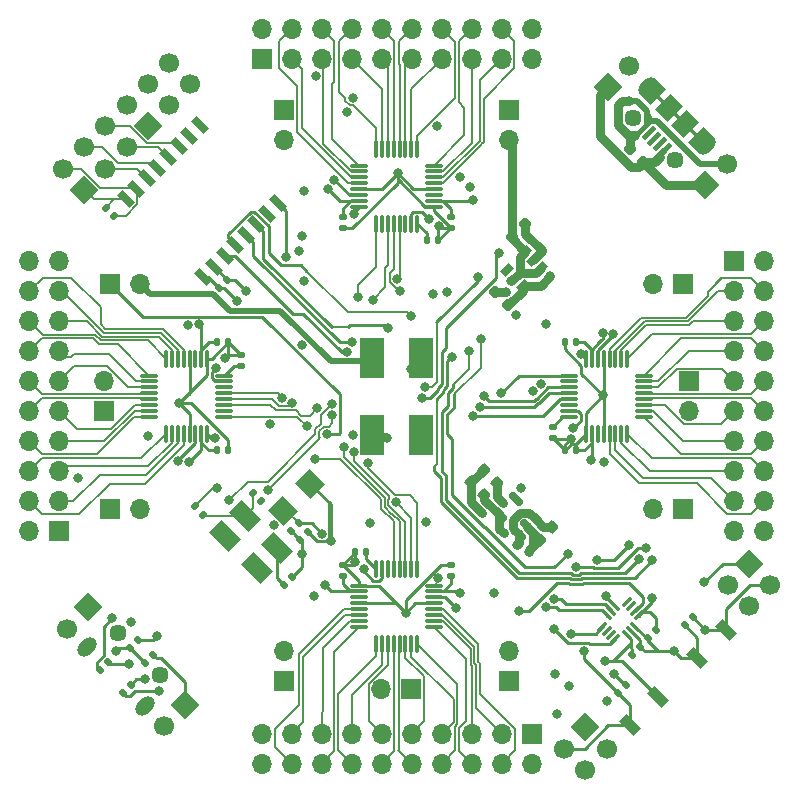
<source format=gbr>
G04 #@! TF.GenerationSoftware,KiCad,Pcbnew,5.99.0-unknown-29c2f3b7d4~131~ubuntu20.04.1*
G04 #@! TF.CreationDate,2021-09-13T23:50:59+03:00*
G04 #@! TF.ProjectId,FreeEEG32-alpha131,46726565-4545-4473-9332-2d616c706861,rev?*
G04 #@! TF.SameCoordinates,Original*
G04 #@! TF.FileFunction,Copper,L1,Top*
G04 #@! TF.FilePolarity,Positive*
%FSLAX46Y46*%
G04 Gerber Fmt 4.6, Leading zero omitted, Abs format (unit mm)*
G04 Created by KiCad (PCBNEW 5.99.0-unknown-29c2f3b7d4~131~ubuntu20.04.1) date 2021-09-13 23:50:59*
%MOMM*%
%LPD*%
G01*
G04 APERTURE LIST*
G04 Aperture macros list*
%AMRoundRect*
0 Rectangle with rounded corners*
0 $1 Rounding radius*
0 $2 $3 $4 $5 $6 $7 $8 $9 X,Y pos of 4 corners*
0 Add a 4 corners polygon primitive as box body*
4,1,4,$2,$3,$4,$5,$6,$7,$8,$9,$2,$3,0*
0 Add four circle primitives for the rounded corners*
1,1,$1+$1,$2,$3*
1,1,$1+$1,$4,$5*
1,1,$1+$1,$6,$7*
1,1,$1+$1,$8,$9*
0 Add four rect primitives between the rounded corners*
20,1,$1+$1,$2,$3,$4,$5,0*
20,1,$1+$1,$4,$5,$6,$7,0*
20,1,$1+$1,$6,$7,$8,$9,0*
20,1,$1+$1,$8,$9,$2,$3,0*%
%AMHorizOval*
0 Thick line with rounded ends*
0 $1 width*
0 $2 $3 position (X,Y) of the first rounded end (center of the circle)*
0 $4 $5 position (X,Y) of the second rounded end (center of the circle)*
0 Add line between two ends*
20,1,$1,$2,$3,$4,$5,0*
0 Add two circle primitives to create the rounded ends*
1,1,$1,$2,$3*
1,1,$1,$4,$5*%
%AMRotRect*
0 Rectangle, with rotation*
0 The origin of the aperture is its center*
0 $1 length*
0 $2 width*
0 $3 Rotation angle, in degrees counterclockwise*
0 Add horizontal line*
21,1,$1,$2,0,0,$3*%
G04 Aperture macros list end*
G04 #@! TA.AperFunction,SMDPad,CuDef*
%ADD10RoundRect,0.075000X0.675000X0.075000X-0.675000X0.075000X-0.675000X-0.075000X0.675000X-0.075000X0*%
G04 #@! TD*
G04 #@! TA.AperFunction,SMDPad,CuDef*
%ADD11RoundRect,0.075000X0.075000X0.675000X-0.075000X0.675000X-0.075000X-0.675000X0.075000X-0.675000X0*%
G04 #@! TD*
G04 #@! TA.AperFunction,SMDPad,CuDef*
%ADD12RotRect,1.075000X0.250000X45.000000*%
G04 #@! TD*
G04 #@! TA.AperFunction,SMDPad,CuDef*
%ADD13RotRect,0.250000X1.075000X45.000000*%
G04 #@! TD*
G04 #@! TA.AperFunction,SMDPad,CuDef*
%ADD14RoundRect,0.147500X-0.226274X-0.017678X-0.017678X-0.226274X0.226274X0.017678X0.017678X0.226274X0*%
G04 #@! TD*
G04 #@! TA.AperFunction,SMDPad,CuDef*
%ADD15RoundRect,0.147500X0.017678X-0.226274X0.226274X-0.017678X-0.017678X0.226274X-0.226274X0.017678X0*%
G04 #@! TD*
G04 #@! TA.AperFunction,SMDPad,CuDef*
%ADD16RoundRect,0.218750X0.026517X-0.335876X0.335876X-0.026517X-0.026517X0.335876X-0.335876X0.026517X0*%
G04 #@! TD*
G04 #@! TA.AperFunction,ComponentPad*
%ADD17RotRect,1.700000X1.700000X45.000000*%
G04 #@! TD*
G04 #@! TA.AperFunction,ComponentPad*
%ADD18HorizOval,1.700000X0.000000X0.000000X0.000000X0.000000X0*%
G04 #@! TD*
G04 #@! TA.AperFunction,SMDPad,CuDef*
%ADD19RoundRect,0.147500X-0.017678X0.226274X-0.226274X0.017678X0.017678X-0.226274X0.226274X-0.017678X0*%
G04 #@! TD*
G04 #@! TA.AperFunction,SMDPad,CuDef*
%ADD20RotRect,1.060000X0.650000X225.000000*%
G04 #@! TD*
G04 #@! TA.AperFunction,SMDPad,CuDef*
%ADD21RotRect,2.280000X1.500000X135.000000*%
G04 #@! TD*
G04 #@! TA.AperFunction,SMDPad,CuDef*
%ADD22RoundRect,0.147500X0.226274X0.017678X0.017678X0.226274X-0.226274X-0.017678X-0.017678X-0.226274X0*%
G04 #@! TD*
G04 #@! TA.AperFunction,SMDPad,CuDef*
%ADD23RoundRect,0.218750X-0.335876X-0.026517X-0.026517X-0.335876X0.335876X0.026517X0.026517X0.335876X0*%
G04 #@! TD*
G04 #@! TA.AperFunction,SMDPad,CuDef*
%ADD24RotRect,0.400000X1.350000X135.000000*%
G04 #@! TD*
G04 #@! TA.AperFunction,SMDPad,CuDef*
%ADD25RotRect,1.200000X1.900000X135.000000*%
G04 #@! TD*
G04 #@! TA.AperFunction,ComponentPad*
%ADD26C,1.450000*%
G04 #@! TD*
G04 #@! TA.AperFunction,ComponentPad*
%ADD27HorizOval,1.200000X-0.247487X-0.247487X0.247487X0.247487X0*%
G04 #@! TD*
G04 #@! TA.AperFunction,SMDPad,CuDef*
%ADD28RotRect,1.500000X1.900000X135.000000*%
G04 #@! TD*
G04 #@! TA.AperFunction,ComponentPad*
%ADD29HorizOval,1.200000X0.247487X0.247487X-0.247487X-0.247487X0*%
G04 #@! TD*
G04 #@! TA.AperFunction,SMDPad,CuDef*
%ADD30RotRect,0.900000X1.700000X225.000000*%
G04 #@! TD*
G04 #@! TA.AperFunction,SMDPad,CuDef*
%ADD31RotRect,1.750000X1.800000X225.000000*%
G04 #@! TD*
G04 #@! TA.AperFunction,ComponentPad*
%ADD32RotRect,1.700000X1.700000X225.000000*%
G04 #@! TD*
G04 #@! TA.AperFunction,ComponentPad*
%ADD33HorizOval,1.700000X0.000000X0.000000X0.000000X0.000000X0*%
G04 #@! TD*
G04 #@! TA.AperFunction,SMDPad,CuDef*
%ADD34R,2.000000X3.500000*%
G04 #@! TD*
G04 #@! TA.AperFunction,SMDPad,CuDef*
%ADD35RotRect,0.900000X1.700000X45.000000*%
G04 #@! TD*
G04 #@! TA.AperFunction,SMDPad,CuDef*
%ADD36RoundRect,0.218750X0.335876X0.026517X0.026517X0.335876X-0.335876X-0.026517X-0.026517X-0.335876X0*%
G04 #@! TD*
G04 #@! TA.AperFunction,ComponentPad*
%ADD37RotRect,1.700000X1.700000X315.000000*%
G04 #@! TD*
G04 #@! TA.AperFunction,ComponentPad*
%ADD38HorizOval,1.700000X0.000000X0.000000X0.000000X0.000000X0*%
G04 #@! TD*
G04 #@! TA.AperFunction,SMDPad,CuDef*
%ADD39RotRect,1.500000X0.600000X135.000000*%
G04 #@! TD*
G04 #@! TA.AperFunction,ComponentPad*
%ADD40RotRect,1.700000X1.700000X135.000000*%
G04 #@! TD*
G04 #@! TA.AperFunction,ComponentPad*
%ADD41HorizOval,1.700000X0.000000X0.000000X0.000000X0.000000X0*%
G04 #@! TD*
G04 #@! TA.AperFunction,ComponentPad*
%ADD42R,1.700000X1.700000*%
G04 #@! TD*
G04 #@! TA.AperFunction,ComponentPad*
%ADD43O,1.700000X1.700000*%
G04 #@! TD*
G04 #@! TA.AperFunction,SMDPad,CuDef*
%ADD44RoundRect,0.140000X0.140000X0.170000X-0.140000X0.170000X-0.140000X-0.170000X0.140000X-0.170000X0*%
G04 #@! TD*
G04 #@! TA.AperFunction,SMDPad,CuDef*
%ADD45RoundRect,0.140000X-0.140000X-0.170000X0.140000X-0.170000X0.140000X0.170000X-0.140000X0.170000X0*%
G04 #@! TD*
G04 #@! TA.AperFunction,SMDPad,CuDef*
%ADD46RoundRect,0.140000X0.170000X-0.140000X0.170000X0.140000X-0.170000X0.140000X-0.170000X-0.140000X0*%
G04 #@! TD*
G04 #@! TA.AperFunction,SMDPad,CuDef*
%ADD47RoundRect,0.075000X-0.075000X0.675000X-0.075000X-0.675000X0.075000X-0.675000X0.075000X0.675000X0*%
G04 #@! TD*
G04 #@! TA.AperFunction,SMDPad,CuDef*
%ADD48RoundRect,0.075000X-0.675000X0.075000X-0.675000X-0.075000X0.675000X-0.075000X0.675000X0.075000X0*%
G04 #@! TD*
G04 #@! TA.AperFunction,SMDPad,CuDef*
%ADD49RoundRect,0.140000X-0.170000X0.140000X-0.170000X-0.140000X0.170000X-0.140000X0.170000X0.140000X0*%
G04 #@! TD*
G04 #@! TA.AperFunction,SMDPad,CuDef*
%ADD50RoundRect,0.225000X0.335876X0.017678X0.017678X0.335876X-0.335876X-0.017678X-0.017678X-0.335876X0*%
G04 #@! TD*
G04 #@! TA.AperFunction,SMDPad,CuDef*
%ADD51RoundRect,0.075000X-0.675000X-0.075000X0.675000X-0.075000X0.675000X0.075000X-0.675000X0.075000X0*%
G04 #@! TD*
G04 #@! TA.AperFunction,SMDPad,CuDef*
%ADD52RoundRect,0.075000X-0.075000X-0.675000X0.075000X-0.675000X0.075000X0.675000X-0.075000X0.675000X0*%
G04 #@! TD*
G04 #@! TA.AperFunction,SMDPad,CuDef*
%ADD53RoundRect,0.225000X-0.017678X0.335876X-0.335876X0.017678X0.017678X-0.335876X0.335876X-0.017678X0*%
G04 #@! TD*
G04 #@! TA.AperFunction,SMDPad,CuDef*
%ADD54RoundRect,0.150000X0.468458X-0.256326X-0.256326X0.468458X-0.468458X0.256326X0.256326X-0.468458X0*%
G04 #@! TD*
G04 #@! TA.AperFunction,SMDPad,CuDef*
%ADD55RoundRect,0.075000X0.675000X-0.075000X0.675000X0.075000X-0.675000X0.075000X-0.675000X-0.075000X0*%
G04 #@! TD*
G04 #@! TA.AperFunction,SMDPad,CuDef*
%ADD56RoundRect,0.075000X0.075000X-0.675000X0.075000X0.675000X-0.075000X0.675000X-0.075000X-0.675000X0*%
G04 #@! TD*
G04 #@! TA.AperFunction,ViaPad*
%ADD57C,0.800000*%
G04 #@! TD*
G04 #@! TA.AperFunction,Conductor*
%ADD58C,0.250000*%
G04 #@! TD*
G04 #@! TA.AperFunction,Conductor*
%ADD59C,0.750000*%
G04 #@! TD*
G04 #@! TA.AperFunction,Conductor*
%ADD60C,0.200000*%
G04 #@! TD*
G04 #@! TA.AperFunction,Conductor*
%ADD61C,0.500000*%
G04 #@! TD*
G04 APERTURE END LIST*
D10*
X20955000Y-1750000D03*
X20955000Y-1250000D03*
X20955000Y-750000D03*
X20955000Y-250000D03*
X20955000Y250000D03*
X20955000Y750000D03*
X20955000Y1250000D03*
X20955000Y1750000D03*
D11*
X19530000Y3175000D03*
X19030000Y3175000D03*
X18530000Y3175000D03*
X18030000Y3175000D03*
X17530000Y3175000D03*
X17030000Y3175000D03*
X16530000Y3175000D03*
X16030000Y3175000D03*
D10*
X14605000Y1750000D03*
X14605000Y1250000D03*
X14605000Y750000D03*
X14605000Y250000D03*
X14605000Y-250000D03*
X14605000Y-750000D03*
X14605000Y-1250000D03*
X14605000Y-1750000D03*
D11*
X16030000Y-3175000D03*
X16530000Y-3175000D03*
X17030000Y-3175000D03*
X17530000Y-3175000D03*
X18030000Y-3175000D03*
X18530000Y-3175000D03*
X19030000Y-3175000D03*
X19530000Y-3175000D03*
D12*
X17431002Y-19506752D03*
X17784556Y-19860305D03*
X18138109Y-20213858D03*
X18491662Y-20567412D03*
D13*
X19499290Y-20213858D03*
X19852843Y-19860305D03*
X20206396Y-19506752D03*
D12*
X20559950Y-18499124D03*
X20206396Y-18145571D03*
X19852843Y-17792018D03*
X19499290Y-17438464D03*
D13*
X18491662Y-17792018D03*
X18138109Y-18145571D03*
X17784556Y-18499124D03*
D14*
X-24599947Y15963947D03*
X-23914053Y15278053D03*
D15*
X-9512347Y-16014747D03*
X-8826453Y-15328853D03*
D16*
X9730153Y13463953D03*
X10843847Y14577647D03*
D15*
X18707053Y-25107947D03*
X19392947Y-24422053D03*
X-23202947Y-25107947D03*
X-22517053Y-24422053D03*
D17*
X17888949Y26143949D03*
D18*
X19685000Y27940000D03*
D19*
X-21882053Y-20612053D03*
X-22567947Y-21297947D03*
X-7505653Y-11493453D03*
X-8191547Y-12179347D03*
D20*
X12244569Y10887094D03*
X11572817Y11558845D03*
X10901066Y12230597D03*
X9345431Y10674962D03*
X10688934Y9331459D03*
D15*
X24422053Y-19392947D03*
X25107947Y-18707053D03*
D21*
X-10126969Y-12813975D03*
X-12813975Y-10126969D03*
X-14511031Y-11824025D03*
X-11824025Y-14511031D03*
D22*
X-16421053Y-10020347D03*
X-17106947Y-9334453D03*
D23*
X19788553Y20953047D03*
X20902247Y19839353D03*
D24*
X22745095Y20887874D03*
X22285476Y21347493D03*
X21825856Y21807112D03*
X21366237Y22266732D03*
X20906618Y22726351D03*
D25*
X21684435Y25766910D03*
D26*
X23593623Y20039345D03*
D27*
X26209918Y21241427D03*
D28*
X23027938Y24423407D03*
D26*
X20058089Y23574879D03*
D28*
X24442151Y23009194D03*
D25*
X25785654Y21665691D03*
D29*
X21260171Y26191174D03*
D17*
X26143949Y17888949D03*
D18*
X27940000Y19685000D03*
D30*
X22157082Y-25467918D03*
X19752918Y-27872082D03*
D31*
X-7340600Y-7391400D03*
X-9638698Y-9689498D03*
D32*
X-17888949Y-26143949D03*
D33*
X-19685000Y-27940000D03*
D34*
X2100000Y-3250000D03*
X2100000Y3250000D03*
X-2100000Y3250000D03*
X-2100000Y-3250000D03*
D19*
X-20612053Y-21882053D03*
X-21297947Y-22567947D03*
D15*
X19922529Y-21885885D03*
X20608423Y-21199991D03*
D19*
X-8267653Y-10756853D03*
X-8953547Y-11442747D03*
D32*
X-26143949Y-17888949D03*
D33*
X-27940000Y-19685000D03*
D35*
X25467918Y-22157082D03*
X27872082Y-19752918D03*
D19*
X21983747Y-19824653D03*
X21297853Y-20510547D03*
D22*
X-11468053Y-8851947D03*
X-12153947Y-8166053D03*
D36*
X9446847Y7684181D03*
X8333153Y8797875D03*
D37*
X15983949Y-28048949D03*
D38*
X17780000Y-29845000D03*
X14187898Y-29845000D03*
X15983949Y-31641051D03*
D15*
X-25107947Y-23202947D03*
X-24422053Y-22517053D03*
D39*
X-16365043Y10078864D03*
X-15467017Y10976889D03*
X-14568992Y11874915D03*
X-13670966Y12772941D03*
X-12772941Y13670966D03*
X-11874915Y14568992D03*
X-10976889Y15467017D03*
X-10078864Y16365043D03*
X-16654957Y22941136D03*
X-17552983Y22043111D03*
X-18451008Y21145085D03*
X-19349034Y20247059D03*
X-20247059Y19349034D03*
X-21145085Y18451008D03*
X-22043111Y17552983D03*
X-22941136Y16654957D03*
D15*
X-15074947Y9182053D03*
X-14389053Y9867947D03*
D40*
X-21063949Y22860000D03*
D41*
X-22860000Y24656051D03*
X-19267898Y24656051D03*
X-21063949Y26452102D03*
X-17471847Y26452102D03*
X-19267898Y28248154D03*
D37*
X29845000Y-14187898D03*
D38*
X31641051Y-15983949D03*
X28048949Y-15983949D03*
X29845000Y-17780000D03*
D40*
X-26452102Y17471846D03*
D41*
X-28248153Y19267897D03*
X-24656051Y19267897D03*
X-26452102Y21063948D03*
X-22860000Y21063948D03*
X-24656051Y22860000D03*
D42*
X24257000Y-9525000D03*
D43*
X21717000Y-9525000D03*
D44*
X-3528000Y-13208000D03*
X-2568000Y-13208000D03*
X15212000Y-4572000D03*
X14252000Y-4572000D03*
D42*
X-24257000Y9525000D03*
D43*
X-21717000Y9525000D03*
D42*
X11430000Y-28575000D03*
D43*
X11430000Y-31115000D03*
X8890000Y-28575000D03*
X8890000Y-31115000D03*
X6350000Y-28575000D03*
X6350000Y-31115000D03*
X3810000Y-28575000D03*
X3810000Y-31115000D03*
X1270000Y-28575000D03*
X1270000Y-31115000D03*
X-1270000Y-28575000D03*
X-1270000Y-31115000D03*
X-3810000Y-28575000D03*
X-3810000Y-31115000D03*
X-6350000Y-28575000D03*
X-6350000Y-31115000D03*
X-8890000Y-28575000D03*
X-8890000Y-31115000D03*
X-11430000Y-28575000D03*
X-11430000Y-31115000D03*
D45*
X-15212000Y4572000D03*
X-14252000Y4572000D03*
D46*
X-13208000Y2568000D03*
X-13208000Y3528000D03*
D47*
X1750000Y20955000D03*
X1250000Y20955000D03*
X750000Y20955000D03*
X250000Y20955000D03*
X-250000Y20955000D03*
X-750000Y20955000D03*
X-1250000Y20955000D03*
X-1750000Y20955000D03*
D48*
X-3175000Y19530000D03*
X-3175000Y19030000D03*
X-3175000Y18530000D03*
X-3175000Y18030000D03*
X-3175000Y17530000D03*
X-3175000Y17030000D03*
X-3175000Y16530000D03*
X-3175000Y16030000D03*
D47*
X-1750000Y14605000D03*
X-1250000Y14605000D03*
X-750000Y14605000D03*
X-250000Y14605000D03*
X250000Y14605000D03*
X750000Y14605000D03*
X1250000Y14605000D03*
X1750000Y14605000D03*
D48*
X3175000Y16030000D03*
X3175000Y16530000D03*
X3175000Y17030000D03*
X3175000Y17530000D03*
X3175000Y18030000D03*
X3175000Y18530000D03*
X3175000Y19030000D03*
X3175000Y19530000D03*
D42*
X-24257000Y-9525000D03*
D43*
X-21717000Y-9525000D03*
D45*
X2568000Y13208000D03*
X3528000Y13208000D03*
D49*
X-4572000Y15212000D03*
X-4572000Y14252000D03*
D46*
X-4572000Y-14252000D03*
X-4572000Y-15212000D03*
D42*
X28575000Y11430000D03*
D43*
X31115000Y11430000D03*
X28575000Y8890000D03*
X31115000Y8890000D03*
X28575000Y6350000D03*
X31115000Y6350000D03*
X28575000Y3810000D03*
X31115000Y3810000D03*
X28575000Y1270000D03*
X31115000Y1270000D03*
X28575000Y-1270000D03*
X31115000Y-1270000D03*
X28575000Y-3810000D03*
X31115000Y-3810000D03*
X28575000Y-6350000D03*
X31115000Y-6350000D03*
X28575000Y-8890000D03*
X31115000Y-8890000D03*
X28575000Y-11430000D03*
X31115000Y-11430000D03*
D49*
X13208000Y-2568000D03*
X13208000Y-3528000D03*
D42*
X1250000Y-24790000D03*
D43*
X-1290000Y-24790000D03*
D49*
X4572000Y15212000D03*
X4572000Y14252000D03*
D50*
X7406008Y-8396608D03*
X6309992Y-7300592D03*
D51*
X-20955000Y1750000D03*
X-20955000Y1250000D03*
X-20955000Y750000D03*
X-20955000Y250000D03*
X-20955000Y-250000D03*
X-20955000Y-750000D03*
X-20955000Y-1250000D03*
X-20955000Y-1750000D03*
D52*
X-19530000Y-3175000D03*
X-19030000Y-3175000D03*
X-18530000Y-3175000D03*
X-18030000Y-3175000D03*
X-17530000Y-3175000D03*
X-17030000Y-3175000D03*
X-16530000Y-3175000D03*
X-16030000Y-3175000D03*
D51*
X-14605000Y-1750000D03*
X-14605000Y-1250000D03*
X-14605000Y-750000D03*
X-14605000Y-250000D03*
X-14605000Y250000D03*
X-14605000Y750000D03*
X-14605000Y1250000D03*
X-14605000Y1750000D03*
D52*
X-16030000Y3175000D03*
X-16530000Y3175000D03*
X-17030000Y3175000D03*
X-17530000Y3175000D03*
X-18030000Y3175000D03*
X-18530000Y3175000D03*
X-19030000Y3175000D03*
X-19530000Y3175000D03*
D42*
X-28575000Y-11430000D03*
D43*
X-31115000Y-11430000D03*
X-28575000Y-8890000D03*
X-31115000Y-8890000D03*
X-28575000Y-6350000D03*
X-31115000Y-6350000D03*
X-28575000Y-3810000D03*
X-31115000Y-3810000D03*
X-28575000Y-1270000D03*
X-31115000Y-1270000D03*
X-28575000Y1270000D03*
X-31115000Y1270000D03*
X-28575000Y3810000D03*
X-31115000Y3810000D03*
X-28575000Y6350000D03*
X-31115000Y6350000D03*
X-28575000Y8890000D03*
X-31115000Y8890000D03*
X-28575000Y11430000D03*
X-31115000Y11430000D03*
D45*
X-15212000Y-4572000D03*
X-14252000Y-4572000D03*
D42*
X9525000Y-24130000D03*
D43*
X9525000Y-21590000D03*
D42*
X-11430000Y28575000D03*
D43*
X-11430000Y31115000D03*
X-8890000Y28575000D03*
X-8890000Y31115000D03*
X-6350000Y28575000D03*
X-6350000Y31115000D03*
X-3810000Y28575000D03*
X-3810000Y31115000D03*
X-1270000Y28575000D03*
X-1270000Y31115000D03*
X1270000Y28575000D03*
X1270000Y31115000D03*
X3810000Y28575000D03*
X3810000Y31115000D03*
X6350000Y28575000D03*
X6350000Y31115000D03*
X8890000Y28575000D03*
X8890000Y31115000D03*
X11430000Y28575000D03*
X11430000Y31115000D03*
D53*
X13197208Y-11059792D03*
X12101192Y-12155808D03*
D42*
X-9525000Y24257000D03*
D43*
X-9525000Y21717000D03*
D54*
X10343383Y-11686885D03*
X11015134Y-11015134D03*
X11686885Y-10343383D03*
X10078217Y-8734715D03*
X8734715Y-10078217D03*
D42*
X24257000Y9525000D03*
D43*
X21717000Y9525000D03*
D46*
X4572000Y-14252000D03*
X4572000Y-15212000D03*
D44*
X15212000Y4572000D03*
X14252000Y4572000D03*
D42*
X-24790000Y-1250000D03*
D43*
X-24790000Y1290000D03*
D42*
X-9525000Y-24130000D03*
D43*
X-9525000Y-21590000D03*
D50*
X8472808Y-7329808D03*
X7376792Y-6233792D03*
D55*
X-3175000Y-19530000D03*
X-3175000Y-19030000D03*
X-3175000Y-18530000D03*
X-3175000Y-18030000D03*
X-3175000Y-17530000D03*
X-3175000Y-17030000D03*
X-3175000Y-16530000D03*
X-3175000Y-16030000D03*
D56*
X-1750000Y-14605000D03*
X-1250000Y-14605000D03*
X-750000Y-14605000D03*
X-250000Y-14605000D03*
X250000Y-14605000D03*
X750000Y-14605000D03*
X1250000Y-14605000D03*
X1750000Y-14605000D03*
D55*
X3175000Y-16030000D03*
X3175000Y-16530000D03*
X3175000Y-17030000D03*
X3175000Y-17530000D03*
X3175000Y-18030000D03*
X3175000Y-18530000D03*
X3175000Y-19030000D03*
X3175000Y-19530000D03*
D56*
X1750000Y-20955000D03*
X1250000Y-20955000D03*
X750000Y-20955000D03*
X250000Y-20955000D03*
X-250000Y-20955000D03*
X-750000Y-20955000D03*
X-1250000Y-20955000D03*
X-1750000Y-20955000D03*
D42*
X24790000Y1250000D03*
D43*
X24790000Y-1290000D03*
D42*
X9525000Y24257000D03*
D43*
X9525000Y21717000D03*
D26*
X-23593623Y-20058089D03*
D27*
X-21260171Y-26209918D03*
D26*
X-20058089Y-23593623D03*
D29*
X-26209918Y-21260171D03*
D57*
X14740000Y-3600000D03*
X-3480000Y-14050000D03*
X-14500000Y3210000D03*
X3550000Y14390000D03*
X12236734Y1054813D03*
X-27000000Y-6920000D03*
X-6836147Y27139401D03*
X2490000Y-10680000D03*
X-2260000Y-10700000D03*
X-7810514Y17356625D03*
X11543040Y438173D03*
X-21033500Y-3327000D03*
X5374990Y18584990D03*
X-6962533Y-16927467D03*
X-17644043Y6046339D03*
X6243489Y17683489D03*
X17550000Y-5560000D03*
X3426187Y22842413D03*
X14974471Y-2703657D03*
X15578931Y3552431D03*
X2770000Y15000000D03*
X-3646956Y15417644D03*
X-15249890Y2428103D03*
X-15411258Y-3501258D03*
X-2749587Y-14620004D03*
X3540000Y-15390000D03*
X-3723185Y25276989D03*
X-4160134Y24049641D03*
X-800000Y-3570000D03*
X80000Y18870000D03*
X-18410000Y-610000D03*
X771234Y-18319796D03*
X17490000Y60000D03*
X5010000Y-17930000D03*
X-18492176Y-5518182D03*
X-5258432Y18302427D03*
X18353550Y5229555D03*
X5380000Y-16640000D03*
X-6044676Y-16025967D03*
X-17568045Y-5584443D03*
X-5827091Y17570967D03*
X17439412Y5380417D03*
X16449505Y-5423500D03*
X-16718500Y6088500D03*
X6439795Y16631254D03*
X13028525Y10135511D03*
X9025500Y-9078127D03*
X-6317712Y-11624138D03*
X-5569306Y-12275638D03*
X9708626Y9725368D03*
X10160000Y-12573000D03*
X17831900Y-25810098D03*
X13600860Y-26940775D03*
X-20312380Y-20286980D03*
X-22638184Y-22693871D03*
X-21331501Y-23959753D03*
X15875000Y-21601770D03*
X6913016Y10100070D03*
X2394132Y778247D03*
X-14158904Y-8820090D03*
X-5471500Y-666633D03*
X2162303Y-118783D03*
X8666709Y12086890D03*
X-5471500Y-1593136D03*
X-10908613Y-7938372D03*
X26153812Y-19752918D03*
X-3691741Y-3302241D03*
X13424651Y-23549736D03*
X10333488Y-18202574D03*
X13335000Y-19685000D03*
X13335000Y-17145000D03*
X12627892Y-17870000D03*
X9081011Y-11619003D03*
X21618291Y-17116709D03*
X17604054Y-22400946D03*
X-13549349Y8078241D03*
X-10401109Y-10909108D03*
X-8255311Y12284154D03*
X10562829Y-7788408D03*
X-7855001Y9760001D03*
X17734003Y-16911597D03*
X-10744218Y-2376500D03*
X4258811Y8850732D03*
X10151640Y6895553D03*
X-7970599Y13586986D03*
X14808200Y-20091400D03*
X-4175070Y3736500D03*
X1179751Y6794508D03*
X-699500Y5779500D03*
X19685000Y25020960D03*
X-3763873Y4566756D03*
X16964358Y-13894724D03*
X19705990Y-12637011D03*
X15198910Y-14456631D03*
X21082000Y-12827000D03*
X4713500Y3290713D03*
X21663511Y-13896489D03*
X20515858Y-13774142D03*
X6093543Y3812457D03*
X14478000Y-13335000D03*
X7120105Y4839019D03*
X14558062Y-24569169D03*
X26035000Y-15748000D03*
X-8015317Y4306678D03*
X-5914343Y-3196874D03*
X-2452984Y-5683986D03*
X-66500Y-8981286D03*
X12689832Y6143640D03*
X8863528Y241500D03*
X-7620000Y-2540000D03*
X-3253266Y8430734D03*
X-2032000Y8128000D03*
X58618Y9921553D03*
X-20134580Y-24960580D03*
X-22506973Y-19136720D03*
X-24056340Y-18811240D03*
X308957Y8899522D03*
X-3639871Y-4765428D03*
X-4450042Y-4315952D03*
X-6926396Y-5287758D03*
X-6724259Y-1025735D03*
X-9660574Y-117439D03*
X-23721882Y-21556174D03*
X9273733Y8785981D03*
X11201400Y-13208000D03*
X8217356Y-16630000D03*
X23495000Y-21590000D03*
X-7969794Y-13343813D03*
X12275724Y12340543D03*
X7257256Y-9921164D03*
X-12737670Y8889919D03*
X-15164435Y-7760251D03*
X3048000Y8636000D03*
X1207500Y2293260D03*
X-9398000Y11811000D03*
X18415000Y-23495000D03*
X-8852676Y-570989D03*
X7393500Y22353D03*
X7079885Y-881712D03*
X6453385Y-1714004D03*
D58*
X3528000Y13208000D02*
X3528000Y14368000D01*
X3528000Y14368000D02*
X3550000Y14390000D01*
X-13208000Y3528000D02*
X-14182000Y3528000D01*
X-14182000Y3528000D02*
X-14500000Y3210000D01*
X-3528000Y-13208000D02*
X-3528000Y-14002000D01*
X-3528000Y-14002000D02*
X-3480000Y-14050000D01*
X14740000Y-3600000D02*
X13280000Y-3600000D01*
X13280000Y-3600000D02*
X13208000Y-3528000D01*
X15606520Y-1501521D02*
X15606520Y-2071608D01*
X14252000Y-4572000D02*
X14252000Y-4088000D01*
X15606520Y-2071608D02*
X14974471Y-2703657D01*
X14252000Y-4088000D02*
X14740000Y-3600000D01*
X15354999Y-1250000D02*
X15606520Y-1501521D01*
X14605000Y-1250000D02*
X15354999Y-1250000D01*
X-1250000Y-15354999D02*
X-1501521Y-15606520D01*
X-4572000Y-14252000D02*
X-3682000Y-14252000D01*
X-1962326Y-15606520D02*
X-2749587Y-14819259D01*
X-2749587Y-14819259D02*
X-2749587Y-14620004D01*
X-3682000Y-14252000D02*
X-3480000Y-14050000D01*
X-1501521Y-15606520D02*
X-1962326Y-15606520D01*
X-1250000Y-14605000D02*
X-1250000Y-15354999D01*
X-14252000Y3458000D02*
X-14500000Y3210000D01*
X-15354999Y1250000D02*
X-15606520Y1501521D01*
X-15606520Y2071473D02*
X-15249890Y2428103D01*
X-14605000Y1250000D02*
X-15354999Y1250000D01*
X-14252000Y4572000D02*
X-14252000Y3458000D01*
X-15606520Y1501521D02*
X-15606520Y2071473D01*
X3688000Y14252000D02*
X3550000Y14390000D01*
X4572000Y14252000D02*
X3688000Y14252000D01*
X3692102Y892730D02*
X3823755Y1024395D01*
X6338541Y16530000D02*
X6439795Y16631254D01*
X3823767Y1024395D02*
X3837922Y1038550D01*
X3824022Y3739412D02*
X4151111Y4066501D01*
X3837922Y1038550D02*
X3837922Y3030688D01*
D59*
X10843847Y14577647D02*
X10843847Y13772420D01*
D58*
X3823755Y1024395D02*
X3823767Y1024395D01*
X3824022Y3044588D02*
X3824022Y3739412D01*
X3560458Y761086D02*
X3692102Y892730D01*
X3484999Y506997D02*
X3484999Y664029D01*
X3175000Y16530000D02*
X6338541Y16530000D01*
D59*
X12275724Y12261752D02*
X12275724Y12340543D01*
D58*
X8382000Y10033000D02*
X8382000Y11802181D01*
X3560458Y761074D02*
X3560458Y761086D01*
X4151111Y5802111D02*
X8382000Y10033000D01*
X4151111Y4066501D02*
X4151111Y5802111D01*
X2162303Y-118783D02*
X2859219Y-118783D01*
X3484999Y664029D02*
X3560450Y739480D01*
X2859219Y-118783D02*
X3484999Y506997D01*
X3560449Y761065D02*
X3560458Y761074D01*
X3837922Y3030688D02*
X3824022Y3044588D01*
D59*
X11572817Y11558845D02*
X12275724Y12261752D01*
D58*
X3560450Y739480D02*
X3560449Y761065D01*
D59*
X10843847Y13772420D02*
X12275724Y12340543D01*
D58*
X8382000Y11802181D02*
X8666709Y12086890D01*
X11676962Y-881712D02*
X7079885Y-881712D01*
X11890112Y-213172D02*
X11813036Y-213172D01*
X14605000Y250000D02*
X12885750Y250000D01*
X14605000Y750000D02*
X12853284Y750000D01*
X11968992Y-589682D02*
X11676962Y-881712D01*
X12853284Y750000D02*
X11890112Y-213172D01*
X7825853Y-410000D02*
X7393500Y22353D01*
X11813036Y-213172D02*
X11616208Y-410000D01*
X11616208Y-410000D02*
X7825853Y-410000D01*
X10372028Y1750000D02*
X8863528Y241500D01*
X14605000Y1750000D02*
X10372028Y1750000D01*
X12885750Y250000D02*
X12046068Y-589682D01*
X12046068Y-589682D02*
X11968992Y-589682D01*
X14252000Y3958000D02*
X14252000Y4572000D01*
X3175000Y-17030000D02*
X4110000Y-17030000D01*
X4110000Y-17030000D02*
X5010000Y-17930000D01*
X3175000Y-16530000D02*
X5270000Y-16530000D01*
X5270000Y-16530000D02*
X5380000Y-16640000D01*
X4572000Y-15212000D02*
X4572000Y-15882999D01*
X4572000Y-15882999D02*
X3924999Y-16530000D01*
X3924999Y-16530000D02*
X3175000Y-16530000D01*
X-2568000Y-13208000D02*
X-2568000Y-13787000D01*
X-2568000Y-13787000D02*
X-1750000Y-14605000D01*
X771234Y-18319796D02*
X-1518562Y-16030000D01*
X-1518562Y-16030000D02*
X-3175000Y-16030000D01*
X771234Y-18319796D02*
X771234Y-17219920D01*
X771234Y-17219920D02*
X3739154Y-14252000D01*
X3739154Y-14252000D02*
X4572000Y-14252000D01*
X771234Y-18319796D02*
X1561030Y-17530000D01*
X1561030Y-17530000D02*
X3175000Y-17530000D01*
X-3175000Y-17530000D02*
X-18562Y-17530000D01*
X-18562Y-17530000D02*
X771234Y-18319796D01*
X-3175000Y-16530000D02*
X-5540643Y-16530000D01*
X-5540643Y-16530000D02*
X-6044676Y-16025967D01*
X-4572000Y-15212000D02*
X-4572000Y-15882999D01*
X-4572000Y-15882999D02*
X-3924999Y-16530000D01*
X-3924999Y-16530000D02*
X-3175000Y-16530000D01*
X-5569306Y-12275638D02*
X-5569306Y-9162694D01*
X-5569306Y-9162694D02*
X-7340600Y-7391400D01*
X-7184997Y-10756853D02*
X-6317712Y-11624138D01*
X-8267653Y-10756853D02*
X-7184997Y-10756853D01*
X-7505653Y-11493453D02*
X-6723468Y-12275638D01*
X-6723468Y-12275638D02*
X-5569306Y-12275638D01*
X-10126969Y-12813975D02*
X-10126969Y-15400125D01*
X-10126969Y-15400125D02*
X-9512347Y-16014747D01*
D60*
X-8928147Y-11442747D02*
X-8695447Y-11675447D01*
D58*
X-8191547Y-12179347D02*
X-8695447Y-11675447D01*
X-7969794Y-13343813D02*
X-7969794Y-12401100D01*
X-7969794Y-12401100D02*
X-8191547Y-12179347D01*
X-7969794Y-13343813D02*
X-7969794Y-14472194D01*
X-7969794Y-14472194D02*
X-8826453Y-15328853D01*
X-4572000Y-14252000D02*
X-3175000Y-15649000D01*
X-3175000Y-15649000D02*
X-3175000Y-16030000D01*
X-4572000Y-14252000D02*
X-3528000Y-13208000D01*
D60*
X-250000Y-10607305D02*
X-1346023Y-9511282D01*
X-4769547Y-5287758D02*
X-6926396Y-5287758D01*
X-1346023Y-8711282D02*
X-4769547Y-5287758D01*
X-1346023Y-9511282D02*
X-1346023Y-8711282D01*
X-250000Y-14605000D02*
X-250000Y-10607305D01*
X-6413500Y-2348268D02*
X-6413500Y-1608633D01*
X-10908613Y-7938372D02*
X-6483732Y-3513491D01*
X-6540844Y-3456380D02*
X-6540844Y-2937368D01*
D61*
X-2390000Y2960000D02*
X-2100000Y3250000D01*
X-9852011Y7241511D02*
X-5570500Y2960000D01*
D60*
X-5749598Y-2570373D02*
X-5471500Y-2292275D01*
D61*
X-20867000Y8675000D02*
X-15575756Y8675000D01*
D60*
X-5471500Y-2292275D02*
X-5471500Y-1593136D01*
X-6483732Y-3513491D02*
X-6540844Y-3456380D01*
X-14158904Y-8820090D02*
X-12577814Y-7239000D01*
X-10922000Y-7239000D02*
X-6867355Y-3184355D01*
D61*
X-15575756Y8675000D02*
X-14142267Y7241511D01*
X-21717000Y9525000D02*
X-20867000Y8675000D01*
D58*
X-16530000Y5900000D02*
X-16718500Y6088500D01*
X-16530000Y3175000D02*
X-16530000Y5900000D01*
D61*
X-14142267Y7241511D02*
X-9852011Y7241511D01*
D60*
X-6540844Y-2937368D02*
X-6173849Y-2570373D01*
X-6867355Y-2802123D02*
X-6413500Y-2348268D01*
D58*
X-4820000Y-3120000D02*
X-4896874Y-3196874D01*
D60*
X-12577814Y-7239000D02*
X-10922000Y-7239000D01*
X-6867355Y-3184355D02*
X-6867355Y-2802123D01*
X-6413500Y-1608633D02*
X-5471500Y-666633D01*
X-6173849Y-2570373D02*
X-5749598Y-2570373D01*
D61*
X-5570500Y2960000D02*
X-2390000Y2960000D01*
D58*
X-24257000Y9525000D02*
X-21472000Y6740000D01*
X-21472000Y6740000D02*
X-11370000Y6740000D01*
X-11370000Y6740000D02*
X-4820000Y190000D01*
X-4820000Y190000D02*
X-4820000Y-3120000D01*
X-4896874Y-3196874D02*
X-5914343Y-3196874D01*
X-17030000Y-3175000D02*
X-17030000Y-3924999D01*
X-17030000Y-3924999D02*
X-18492176Y-5387175D01*
X-18492176Y-5387175D02*
X-18492176Y-5518182D01*
X-16530000Y-3175000D02*
X-16530000Y-4546398D01*
X-16530000Y-4546398D02*
X-17568045Y-5584443D01*
X-15411258Y-3501258D02*
X-15703742Y-3501258D01*
X-15703742Y-3501258D02*
X-16030000Y-3175000D01*
X-15212000Y-4572000D02*
X-15882999Y-4572000D01*
X-15882999Y-4572000D02*
X-16530000Y-3924999D01*
X-16530000Y-3924999D02*
X-16530000Y-3175000D01*
X-18410000Y-610000D02*
X-17381154Y-610000D01*
X-17381154Y-610000D02*
X-14252000Y-3739154D01*
X-14252000Y-3739154D02*
X-14252000Y-4572000D01*
X-18410000Y-610000D02*
X-17530000Y-1490000D01*
X-17530000Y-1490000D02*
X-17530000Y-3175000D01*
X-18410000Y-610000D02*
X-17530000Y270000D01*
X-17530000Y270000D02*
X-17530000Y3175000D01*
X-16030000Y3175000D02*
X-16030000Y1770000D01*
X-16030000Y1770000D02*
X-18410000Y-610000D01*
X-13208000Y2568000D02*
X-13787000Y2568000D01*
X-13787000Y2568000D02*
X-14605000Y1750000D01*
X-14252000Y4572000D02*
X-13208000Y3528000D01*
X-16030000Y3175000D02*
X-15649000Y3175000D01*
X-15649000Y3175000D02*
X-14252000Y4572000D01*
D60*
X-16030000Y3175000D02*
X-15765000Y3175000D01*
D58*
X-15765000Y3175000D02*
X-15649000Y3175000D01*
X-16530000Y3175000D02*
X-16530000Y3924999D01*
X-16530000Y3924999D02*
X-15882999Y4572000D01*
X-15882999Y4572000D02*
X-15212000Y4572000D01*
X-9398000Y11811000D02*
X-9398000Y15684179D01*
X-9398000Y15684179D02*
X-10078864Y16365043D01*
X-5258432Y18302427D02*
X-3986005Y17030000D01*
X-3986005Y17030000D02*
X-3175000Y17030000D01*
X-3175000Y16530000D02*
X-4786124Y16530000D01*
X-4786124Y16530000D02*
X-5827091Y17570967D01*
X-4572000Y15212000D02*
X-4572000Y15882999D01*
X-4572000Y15882999D02*
X-3924999Y16530000D01*
X-3924999Y16530000D02*
X-3175000Y16530000D01*
X-3646956Y15417644D02*
X-3646956Y15558044D01*
X-3646956Y15558044D02*
X-3175000Y16030000D01*
X80000Y18870000D02*
X80000Y18071154D01*
X80000Y18071154D02*
X-3739154Y14252000D01*
X-3739154Y14252000D02*
X-4572000Y14252000D01*
X80000Y18870000D02*
X-1260000Y17530000D01*
X-1260000Y17530000D02*
X-3175000Y17530000D01*
X80000Y18870000D02*
X1420000Y17530000D01*
X1420000Y17530000D02*
X3175000Y17530000D01*
X3175000Y16030000D02*
X2425001Y16030000D01*
X2425001Y16030000D02*
X80000Y18375001D01*
X80000Y18375001D02*
X80000Y18870000D01*
X2770000Y15000000D02*
X2163480Y15606520D01*
X2163480Y15606520D02*
X1406520Y15606520D01*
X1406520Y15606520D02*
X1250000Y15450000D01*
X1250000Y15450000D02*
X1250000Y14605000D01*
X2568000Y13208000D02*
X2568000Y13787000D01*
X2568000Y13787000D02*
X1750000Y14605000D01*
X4572000Y14252000D02*
X3528000Y13208000D01*
X4572000Y14252000D02*
X3175000Y15649000D01*
X3175000Y15649000D02*
X3175000Y16030000D01*
X3175000Y16530000D02*
X3924999Y16530000D01*
X3924999Y16530000D02*
X4572000Y15882999D01*
X4572000Y15882999D02*
X4572000Y15212000D01*
X16530000Y-3175000D02*
X16530000Y-5343005D01*
X16530000Y-5343005D02*
X16449505Y-5423500D01*
X16530000Y-3175000D02*
X16530000Y-3924999D01*
X16530000Y-3924999D02*
X15882999Y-4572000D01*
X15882999Y-4572000D02*
X15212000Y-4572000D01*
X14252000Y-4572000D02*
X14813520Y-4010480D01*
X14813520Y-4010480D02*
X15194520Y-4010480D01*
X15194520Y-4010480D02*
X16030000Y-3175000D01*
X13208000Y-3528000D02*
X14252000Y-4572000D01*
X14605000Y-1750000D02*
X14026000Y-1750000D01*
X14026000Y-1750000D02*
X13208000Y-2568000D01*
X6453385Y-1714004D02*
X12390997Y-1714004D01*
X12390997Y-1714004D02*
X13855001Y-250000D01*
X13855001Y-250000D02*
X14605000Y-250000D01*
X15578931Y3552431D02*
X15652569Y3552431D01*
X15652569Y3552431D02*
X16030000Y3175000D01*
X16530000Y3175000D02*
X16530000Y3888846D01*
X16530000Y3888846D02*
X15846846Y4572000D01*
X15846846Y4572000D02*
X15212000Y4572000D01*
X17439412Y5380417D02*
X17439412Y4834412D01*
X17439412Y4834412D02*
X17332500Y4727500D01*
X18353550Y5216084D02*
X18353550Y5229555D01*
X16530000Y3175000D02*
X16530000Y3925000D01*
X17030000Y3892534D02*
X18353550Y5216084D01*
X17030000Y3175000D02*
X17030000Y3892534D01*
D60*
X16530000Y3924999D02*
X17332500Y4727500D01*
D58*
X16530000Y3925000D02*
X17332500Y4727500D01*
X15628480Y2581520D02*
X14252000Y3958000D01*
X17490000Y60000D02*
X15628480Y1921520D01*
X15628480Y1921520D02*
X15628480Y2581520D01*
X17490000Y60000D02*
X17530000Y100000D01*
X17530000Y100000D02*
X17530000Y3175000D01*
X17490000Y60000D02*
X17530000Y20000D01*
X17530000Y20000D02*
X17530000Y-3175000D01*
X16030000Y-3175000D02*
X16030000Y-1400000D01*
X16030000Y-1400000D02*
X17490000Y60000D01*
D60*
X-15532745Y-7760251D02*
X-15164435Y-7760251D01*
X-17106947Y-9334453D02*
X-15532745Y-7760251D01*
D58*
X-13715698Y9867947D02*
X-12737670Y8889919D01*
D60*
X-21250245Y-6658489D02*
X-25141408Y-6658489D01*
D58*
X-14389053Y9867947D02*
X-13715698Y9867947D01*
D60*
X-25141408Y-6658489D02*
X-27372919Y-8890000D01*
D58*
X-14653161Y9182053D02*
X-13549349Y8078241D01*
D60*
X-18530000Y-3175000D02*
X-18530000Y-3938244D01*
X-27372919Y-8890000D02*
X-28575000Y-8890000D01*
X-18530000Y-3938244D02*
X-21250245Y-6658489D01*
D58*
X-15074947Y9182053D02*
X-14653161Y9182053D01*
D60*
X-6209646Y28434646D02*
X-6350000Y28575000D01*
X-3175000Y19030000D02*
X-3868244Y19030000D01*
X-3868244Y19030000D02*
X-6209646Y21371402D01*
X-6209646Y21371402D02*
X-6209646Y28434646D01*
X4946978Y29978022D02*
X3810000Y31115000D01*
X-4886511Y25744308D02*
X-4886511Y30038489D01*
X1750000Y22052233D02*
X4946978Y25249211D01*
X-4886511Y30038489D02*
X-3810000Y31115000D01*
X-4349686Y25207483D02*
X-4886511Y25744308D01*
X-1750000Y22727797D02*
X-3672691Y24650488D01*
X-3672691Y24650488D02*
X-3982691Y24650488D01*
X1750000Y20955000D02*
X1750000Y22052233D01*
X-4349686Y25017483D02*
X-4349686Y25207483D01*
X4946978Y25249211D02*
X4946978Y29978022D01*
X-3982691Y24650488D02*
X-4349686Y25017483D01*
X-1750000Y20955000D02*
X-1750000Y22727797D01*
X5273489Y24879608D02*
X5273489Y30038489D01*
X5726511Y24426586D02*
X5273489Y24879608D01*
X5726511Y22081511D02*
X5726511Y24426586D01*
X3175000Y19530000D02*
X5726511Y22081511D01*
X5273489Y30038489D02*
X6350000Y31115000D01*
D59*
X9708626Y9725368D02*
X10451527Y10468269D01*
X10451527Y10468269D02*
X10451527Y11781058D01*
X10451527Y11781058D02*
X10901066Y12230597D01*
X12244569Y10887094D02*
X11810224Y10452749D01*
X11810224Y10452749D02*
X10436007Y10452749D01*
X10436007Y10452749D02*
X9708626Y9725368D01*
X10688934Y9331459D02*
X12224473Y9331459D01*
X12224473Y9331459D02*
X13028525Y10135511D01*
X10688934Y9331459D02*
X10688934Y8926268D01*
X10688934Y8926268D02*
X9446847Y7684181D01*
X9261839Y8797875D02*
X9273733Y8785981D01*
X8333153Y8797875D02*
X9261839Y8797875D01*
X6309992Y-7300592D02*
X7376792Y-6233792D01*
X7257256Y-9921164D02*
X6309992Y-8973900D01*
X6309992Y-8973900D02*
X6309992Y-7300592D01*
D60*
X3540000Y-15390000D02*
X3540000Y-15665000D01*
X3540000Y-15665000D02*
X3175000Y-16030000D01*
X-3175000Y-18030000D02*
X-4440000Y-18030000D01*
X-4440000Y-18030000D02*
X-8255000Y-21845000D01*
X-8255000Y-21845000D02*
X-8255000Y-26162000D01*
X-8255000Y-26162000D02*
X-10287000Y-28194000D01*
X-10287000Y-28194000D02*
X-10287000Y-29718000D01*
X-10287000Y-29718000D02*
X-8890000Y-31115000D01*
X-8890000Y-28575000D02*
X-7928489Y-27613489D01*
X-4350000Y-18530000D02*
X-3175000Y-18530000D01*
X-7928489Y-27613489D02*
X-7928489Y-22108489D01*
X-7928489Y-22108489D02*
X-4350000Y-18530000D01*
X-3175000Y-19030000D02*
X-3924999Y-19030000D01*
X-3924999Y-19030000D02*
X-6223000Y-21328001D01*
X-6223000Y-21328001D02*
X-6223000Y-26670000D01*
X-5273489Y-30038489D02*
X-5273489Y-21628489D01*
X-5273489Y-21628489D02*
X-3175000Y-19530000D01*
X-1750000Y-20955000D02*
X-1750000Y-22000000D01*
X-1750000Y-22000000D02*
X-4946978Y-25196978D01*
X-4946978Y-25196978D02*
X-4946978Y-29978022D01*
X-4946978Y-29978022D02*
X-3810000Y-31115000D01*
X3175000Y-18030000D02*
X3924999Y-18030000D01*
X3924999Y-18030000D02*
X6912489Y-21017490D01*
X6912489Y-21017490D02*
X6912489Y-22487245D01*
X6350000Y-22848268D02*
X6350000Y-28575000D01*
X6259467Y-22757735D02*
X6350000Y-22848268D01*
X6259467Y-21397731D02*
X6259467Y-22757735D01*
X3891736Y-19030000D02*
X6259467Y-21397731D01*
X3175000Y-19030000D02*
X3891736Y-19030000D01*
X6585978Y-22622490D02*
X6585978Y-21262486D01*
X6585978Y-21262486D02*
X3853492Y-18530000D01*
X3853492Y-18530000D02*
X3175000Y-18530000D01*
X5904093Y-27498489D02*
X5904093Y-22259093D01*
X5904093Y-22259093D02*
X3175000Y-19530000D01*
X1750000Y-20955000D02*
X5152511Y-24357511D01*
X5152511Y-24357511D02*
X5152511Y-27788315D01*
X-193489Y-30038489D02*
X-193489Y-21011511D01*
X-193489Y-21011511D02*
X-250000Y-20955000D01*
X250000Y-20955000D02*
X173489Y-21031511D01*
X173489Y-21031511D02*
X173489Y-29937555D01*
X173489Y-29937555D02*
X133022Y-29978022D01*
X1250000Y-20955000D02*
X1250000Y-22078000D01*
X750000Y-20955000D02*
X750000Y-22136978D01*
X-1250000Y-20955000D02*
X-1250000Y-22765826D01*
X-750000Y-20955000D02*
X-750000Y-22727582D01*
D61*
X-2100000Y-3250000D02*
X-1120000Y-3250000D01*
X-1120000Y-3250000D02*
X-800000Y-3570000D01*
D60*
X-2452984Y-5683986D02*
X-2452984Y-6053023D01*
X1103822Y-8354785D02*
X1750000Y-9000963D01*
X1750000Y-9000963D02*
X1750000Y-14605000D01*
X-151222Y-8354785D02*
X1103822Y-8354785D01*
X750000Y-10643793D02*
X750000Y-14605000D01*
X-461251Y-9934298D02*
X-421251Y-9934298D01*
X1250000Y-14605000D02*
X1250000Y-10297786D01*
X-3639871Y-4765428D02*
X-3639871Y-5493922D01*
X1250000Y-10297786D02*
X-66500Y-8981286D01*
X250000Y-10605549D02*
X250000Y-14605000D01*
X-693001Y-9240792D02*
X-326006Y-9607787D01*
X-1014263Y-8581286D02*
X-1019512Y-8586535D01*
X-286006Y-9607787D02*
X750000Y-10643793D01*
X-1019512Y-9376037D02*
X-461251Y-9934298D01*
X-3639871Y-5493922D02*
X-653001Y-8480792D01*
X-4450042Y-5145507D02*
X-1014263Y-8581286D01*
X-4450042Y-4315952D02*
X-4450042Y-5145507D01*
X-421251Y-9934298D02*
X250000Y-10605549D01*
X-326006Y-9607787D02*
X-286006Y-9607787D01*
X-1019512Y-8586535D02*
X-1019512Y-9376037D01*
X-653001Y-8681780D02*
X-693001Y-8721780D01*
X-2452984Y-6053023D02*
X-151222Y-8354785D01*
X-653001Y-8480792D02*
X-653001Y-8681780D01*
X-693001Y-8721780D02*
X-693001Y-9240792D01*
D58*
X-4829405Y4566756D02*
X-3763873Y4566756D01*
X-13656840Y11874915D02*
X-8783320Y7001395D01*
X-12171901Y11909252D02*
X-4829405Y4566756D01*
X-12772941Y13670966D02*
X-12171901Y13069926D01*
X-14568992Y11874915D02*
X-13656840Y11874915D01*
X-4635559Y3736500D02*
X-4175070Y3736500D01*
X-12171901Y13069926D02*
X-12171901Y11909252D01*
X-7900454Y7001395D02*
X-4635559Y3736500D01*
X-8783320Y7001395D02*
X-7900454Y7001395D01*
D60*
X-18030000Y-3175000D02*
X-18030000Y-4170000D01*
X-26851533Y-9966511D02*
X-30038489Y-9966511D01*
X-18030000Y-4170000D02*
X-21280000Y-7420000D01*
X-21280000Y-7420000D02*
X-24305022Y-7420000D01*
X-24305022Y-7420000D02*
X-26851533Y-9966511D01*
X-30038489Y-9966511D02*
X-31115000Y-8890000D01*
X-19030000Y-3175000D02*
X-19030000Y-3924999D01*
X-19030000Y-3924999D02*
X-21005001Y-5900000D01*
X-21005001Y-5900000D02*
X-28125000Y-5900000D01*
X-28125000Y-5900000D02*
X-28575000Y-6350000D01*
X-18030000Y3175000D02*
X-18030000Y3924999D01*
X-18030000Y3924999D02*
X-19801979Y5696978D01*
X-19801979Y5696978D02*
X-24654490Y5696978D01*
X-18530000Y3175000D02*
X-18530000Y3924999D01*
X-18530000Y3924999D02*
X-19975468Y5370467D01*
X-19975468Y5370467D02*
X-24789735Y5370467D01*
X-19030000Y3175000D02*
X-19030000Y3924999D01*
X-19030000Y3924999D02*
X-20148957Y5043956D01*
X-20148957Y5043956D02*
X-24924980Y5043956D01*
X-19530000Y3175000D02*
X-21072445Y4717445D01*
X-21072445Y4717445D02*
X-25060225Y4717445D01*
X-4151520Y18823276D02*
X-4151520Y18851520D01*
X-4151520Y18851520D02*
X-8040000Y22740000D01*
X-3858244Y18530000D02*
X-4151520Y18823276D01*
X-8040000Y22740000D02*
X-8040000Y27725000D01*
X-8040000Y27725000D02*
X-8890000Y28575000D01*
X-3175000Y18530000D02*
X-3858244Y18530000D01*
X-8448489Y26228489D02*
X-9966511Y27746511D01*
X-3175000Y18030000D02*
X-4100000Y18030000D01*
X-4100000Y18030000D02*
X-8448489Y22378489D01*
X-8448489Y22378489D02*
X-8448489Y26228489D01*
X-9966511Y27746511D02*
X-9966511Y30038489D01*
X-9966511Y30038489D02*
X-8890000Y31115000D01*
X-3175000Y19530000D02*
X-5460000Y21815000D01*
X-5460000Y21815000D02*
X-5460000Y26420000D01*
X-5273489Y26606511D02*
X-5273489Y30038489D01*
X-5460000Y26420000D02*
X-5273489Y26606511D01*
X-1250000Y20955000D02*
X-1250000Y26015000D01*
X-750000Y20955000D02*
X-750000Y28055000D01*
X-750000Y28055000D02*
X-1270000Y28575000D01*
X-250000Y20955000D02*
X-193489Y21011511D01*
X-193489Y21011511D02*
X-193489Y30038489D01*
X250000Y20955000D02*
X250000Y28072582D01*
X750000Y20955000D02*
X750000Y28055000D01*
X750000Y28055000D02*
X1270000Y28575000D01*
X1250000Y20955000D02*
X1250000Y26015000D01*
X3175000Y19030000D02*
X3924999Y19030000D01*
X3924999Y19030000D02*
X6350000Y21455001D01*
X6350000Y21455001D02*
X6350000Y28575000D01*
X9966511Y30038489D02*
X8890000Y31115000D01*
X9966511Y27746511D02*
X9966511Y30038489D01*
X7366000Y25146000D02*
X9966511Y27746511D01*
X7039489Y21644490D02*
X7039489Y26805245D01*
X3924999Y18030000D02*
X7176511Y21281512D01*
X7176511Y21319756D02*
X7366000Y21509245D01*
X3175000Y18030000D02*
X3924999Y18030000D01*
X7366000Y21509245D02*
X7366000Y25146000D01*
X3175000Y18530000D02*
X3924999Y18530000D01*
X7176511Y21281512D02*
X7176511Y21319756D01*
X3924999Y18530000D02*
X7039489Y21644490D01*
X18530000Y3175000D02*
X18530000Y3858244D01*
X24789735Y6005467D02*
X25134268Y6350000D01*
X18030000Y3175000D02*
X18030000Y4020000D01*
X18030000Y4020000D02*
X20668489Y6658489D01*
X21138979Y6005467D02*
X24789735Y6005467D01*
X25134268Y6350000D02*
X28575000Y6350000D01*
X19030000Y3175000D02*
X19030000Y3896488D01*
X27212512Y8890000D02*
X28575000Y8890000D01*
X24654490Y6331978D02*
X27212512Y8890000D01*
X18530000Y3858244D02*
X21003734Y6331978D01*
X19030000Y3896488D02*
X21138979Y6005467D01*
X21003734Y6331978D02*
X24654490Y6331978D01*
X20668489Y6658489D02*
X24519245Y6658489D01*
X18030000Y-3175000D02*
X18030000Y-4900000D01*
X18030000Y-4900000D02*
X20496000Y-7366000D01*
X20496000Y-7366000D02*
X25400000Y-7366000D01*
X25400000Y-7366000D02*
X28000511Y-9966511D01*
X28000511Y-9966511D02*
X30038489Y-9966511D01*
X30038489Y-9966511D02*
X31115000Y-8890000D01*
X18530000Y-3175000D02*
X18530000Y-4540000D01*
X18530000Y-4540000D02*
X20902489Y-6912489D01*
X20902489Y-6912489D02*
X26597489Y-6912489D01*
X26597489Y-6912489D02*
X28575000Y-8890000D01*
X19030000Y-3175000D02*
X19030000Y-3924999D01*
X19030000Y-3924999D02*
X21455001Y-6350000D01*
X21455001Y-6350000D02*
X28575000Y-6350000D01*
X-22686511Y-5273489D02*
X-30038489Y-5273489D01*
X-19530000Y-3175000D02*
X-21628489Y-5273489D01*
X-21628489Y-5273489D02*
X-22686511Y-5273489D01*
X-20955000Y-1750000D02*
X-22213466Y-1750000D01*
X-22213466Y-1750000D02*
X-25349977Y-4886511D01*
X-20955000Y-1250000D02*
X-22175222Y-1250000D01*
X-22175222Y-1250000D02*
X-24735222Y-3810000D01*
X-20955000Y-750000D02*
X-22136978Y-750000D01*
X-22136978Y-750000D02*
X-24180978Y-2794000D01*
X-20955000Y1750000D02*
X-23595934Y4390934D01*
X-23595934Y4390934D02*
X-25195470Y4390934D01*
X-20955000Y1250000D02*
X-22078000Y1250000D01*
X-22078000Y1250000D02*
X-24384000Y3556000D01*
X-24511000Y2540000D02*
X-24870000Y2540000D01*
X-24870000Y2540000D02*
X-27305000Y2540000D01*
X-20955000Y750000D02*
X-22727582Y750000D01*
X-22727582Y750000D02*
X-24517582Y2540000D01*
X-24517582Y2540000D02*
X-24870000Y2540000D01*
X-20955000Y250000D02*
X-21011511Y193489D01*
X-21011511Y193489D02*
X-30038489Y193489D01*
X-30038489Y193489D02*
X-31115000Y1270000D01*
X-20955000Y-250000D02*
X-21031511Y-173489D01*
X-21031511Y-173489D02*
X-30018489Y-173489D01*
X-30018489Y-173489D02*
X-31115000Y-1270000D01*
X58618Y9921553D02*
X250000Y10112935D01*
X250000Y10112935D02*
X250000Y14605000D01*
X308957Y8899522D02*
X194642Y8899522D01*
X194642Y8899522D02*
X-567883Y9662047D01*
X-567883Y9662047D02*
X-567883Y10445596D01*
X-567883Y10445596D02*
X-250000Y10763479D01*
X-250000Y10763479D02*
X-250000Y14605000D01*
X-2032000Y8128000D02*
X-945629Y9214371D01*
X-945629Y9214371D02*
X-945629Y10872002D01*
X-945629Y10872002D02*
X-750000Y11067631D01*
X-750000Y11067631D02*
X-750000Y14605000D01*
X-3253266Y8430734D02*
X-3253266Y9446734D01*
X-3253266Y9446734D02*
X-1750000Y10950000D01*
X-1750000Y10950000D02*
X-1750000Y14605000D01*
X-7620000Y-2540000D02*
X-8410000Y-1750000D01*
X-8410000Y-1750000D02*
X-14605000Y-1750000D01*
X-6724259Y-1025735D02*
X-7341025Y-1642501D01*
X-7341025Y-1642501D02*
X-8055743Y-1642501D01*
X-8055743Y-1642501D02*
X-8500755Y-1197489D01*
X-8500755Y-1197489D02*
X-10247285Y-1197489D01*
X-10247285Y-1197489D02*
X-10694774Y-750000D01*
X-10694774Y-750000D02*
X-14605000Y-750000D01*
X-8852676Y-570989D02*
X-8891971Y-570989D01*
X-8891971Y-570989D02*
X-9191960Y-870978D01*
X-9191960Y-870978D02*
X-9922490Y-870978D01*
X-9922490Y-870978D02*
X-10543468Y-250000D01*
X-10543468Y-250000D02*
X-14605000Y-250000D01*
X-9660574Y-117439D02*
X-10028013Y250000D01*
X-10028013Y250000D02*
X-14605000Y250000D01*
D59*
X9730153Y13463953D02*
X9730153Y21511847D01*
X9730153Y21511847D02*
X9525000Y21717000D01*
D60*
X16530000Y3175000D02*
X16530000Y3924999D01*
X15212000Y4572000D02*
X15882999Y4572000D01*
X15882999Y4572000D02*
X16530000Y3924999D01*
X31115000Y-6350000D02*
X30038489Y-5273489D01*
X30038489Y-5273489D02*
X21628489Y-5273489D01*
X21628489Y-5273489D02*
X19530000Y-3175000D01*
X31115000Y6350000D02*
X30038489Y5273489D01*
X30038489Y5273489D02*
X21628489Y5273489D01*
X21628489Y5273489D02*
X19530000Y3175000D01*
X20955000Y-1750000D02*
X24091511Y-4886511D01*
X24091511Y-4886511D02*
X30038489Y-4886511D01*
X30038489Y-4886511D02*
X31115000Y-3810000D01*
X20955000Y-1250000D02*
X21704999Y-1250000D01*
X21704999Y-1250000D02*
X24264999Y-3810000D01*
X24264999Y-3810000D02*
X28575000Y-3810000D01*
X20955000Y-750000D02*
X22727582Y-750000D01*
X22727582Y-750000D02*
X24344093Y-2366511D01*
X24344093Y-2366511D02*
X27478489Y-2366511D01*
X27478489Y-2366511D02*
X28575000Y-1270000D01*
X20955000Y-250000D02*
X21011511Y-193489D01*
X21011511Y-193489D02*
X30038489Y-193489D01*
X30038489Y-193489D02*
X31115000Y-1270000D01*
X20955000Y250000D02*
X21031511Y173489D01*
X21031511Y173489D02*
X30018489Y173489D01*
X30018489Y173489D02*
X31115000Y1270000D01*
X24735222Y3810000D02*
X28575000Y3810000D01*
X22175222Y1250000D02*
X24735222Y3810000D01*
X27518489Y2326511D02*
X28575000Y1270000D01*
X20955000Y1250000D02*
X22175222Y1250000D01*
X20955000Y750000D02*
X22136978Y750000D01*
X22136978Y750000D02*
X23713489Y2326511D01*
X23713489Y2326511D02*
X27518489Y2326511D01*
X20955000Y1750000D02*
X24091511Y4886511D01*
X24091511Y4886511D02*
X30038489Y4886511D01*
X30038489Y4886511D02*
X31115000Y3810000D01*
D58*
X19705990Y-12637011D02*
X18448277Y-13894724D01*
X18448277Y-13894724D02*
X16964358Y-13894724D01*
X18718139Y-14546225D02*
X16694496Y-14546225D01*
X21082000Y-12827000D02*
X20437364Y-12827000D01*
X16694496Y-14546225D02*
X16604902Y-14456631D01*
X20437364Y-12827000D02*
X18718139Y-14546225D01*
X16604902Y-14456631D02*
X15198910Y-14456631D01*
X15723987Y-15385383D02*
X15624727Y-15484643D01*
X4200009Y-8772009D02*
X10363374Y-14935374D01*
X10363374Y-14935374D02*
X14756290Y-14935374D01*
X19645393Y-15835393D02*
X15806443Y-15835393D01*
X3749999Y-6923589D02*
X3175000Y-6348590D01*
X20174617Y-15385383D02*
X15723987Y-15385383D01*
X4459479Y388699D02*
X4459479Y365689D01*
X14929048Y-15108132D02*
X15468772Y-15108132D01*
X14773092Y-15484642D02*
X14673833Y-15385383D01*
X15641530Y-14935374D02*
X19354626Y-14935374D01*
X15468772Y-15108132D02*
X15641530Y-14935374D01*
X15624727Y-15484643D02*
X14773092Y-15484642D01*
X12750800Y-16623199D02*
X11171425Y-18202574D01*
X10176973Y-15385383D02*
X3749999Y-8958409D01*
X21663511Y-13896489D02*
X20174617Y-15385383D01*
X15806443Y-15835393D02*
X15780682Y-15861154D01*
X3824022Y-2690326D02*
X3824978Y-2691282D01*
X14756290Y-14935374D02*
X14929048Y-15108132D01*
X14617136Y-15861152D02*
X14591377Y-15835393D01*
X4385019Y291229D02*
X4385019Y-812677D01*
X3824022Y-1373674D02*
X3824022Y-2690326D01*
X4459479Y365689D02*
X4385019Y291229D01*
X4200009Y-6737189D02*
X4200009Y-8772009D01*
X20828000Y-17018000D02*
X19645393Y-15835393D01*
X4385019Y-812677D02*
X3824022Y-1373674D01*
X11171425Y-18202574D02*
X10333488Y-18202574D01*
X3824978Y-2691282D02*
X3824978Y-6362158D01*
X14673833Y-15385383D02*
X10176973Y-15385383D01*
X19354626Y-14935374D02*
X20515858Y-13774142D01*
X3749999Y-8958409D02*
X3749999Y-6923589D01*
X15780682Y-15861154D02*
X15468771Y-15861153D01*
X20206396Y-18145571D02*
X20828000Y-17523967D01*
X3175000Y-6348590D02*
X3175000Y-5969000D01*
X14591377Y-15835393D02*
X13552407Y-15835393D01*
X13552407Y-15835393D02*
X12764601Y-16623199D01*
X20828000Y-17523967D02*
X20828000Y-17018000D01*
X3824978Y-6362158D02*
X4200009Y-6737189D01*
X12764601Y-16623199D02*
X12750800Y-16623199D01*
X15468771Y-15861153D02*
X14617136Y-15861152D01*
D60*
X-24654490Y5696978D02*
X-25037022Y6079510D01*
X-24924980Y5043956D02*
X-26231024Y6350000D01*
X-25037022Y6079510D02*
X-25037022Y7511022D01*
X-27559000Y10033000D02*
X-29972000Y10033000D01*
X-29972000Y10033000D02*
X-31115000Y8890000D01*
X-25037022Y7511022D02*
X-27559000Y10033000D01*
X-28309268Y8890000D02*
X-28575000Y8890000D01*
X-26231024Y6350000D02*
X-28575000Y6350000D01*
X-24789735Y5370467D02*
X-28309268Y8890000D01*
D61*
X8430847Y-7414847D02*
X8430847Y-8384049D01*
D59*
X8472808Y-7329808D02*
X8472808Y-8525435D01*
D61*
X8430847Y-8384049D02*
X9025500Y-8978702D01*
D59*
X8472808Y-8525435D02*
X9025500Y-9078127D01*
D61*
X9025500Y-8978702D02*
X9025500Y-9078127D01*
D60*
X-9638698Y-9689498D02*
X-9335008Y-9689498D01*
X-9335008Y-9689498D02*
X-8267653Y-10756853D01*
X-5691211Y-9040789D02*
X-5691211Y-11988980D01*
X-5949743Y-12247512D02*
X-5597432Y-12247512D01*
X-6751594Y-12247512D02*
X-7505653Y-11493453D01*
X-6643131Y-12355975D02*
X-6751594Y-12247512D01*
X-6058206Y-12355975D02*
X-5949743Y-12247512D01*
X-7340600Y-7391400D02*
X-5691211Y-9040789D01*
X-6058206Y-12355975D02*
X-6643131Y-12355975D01*
X-5691211Y-11988980D02*
X-6058206Y-12355975D01*
X-5597432Y-12247512D02*
X-5569306Y-12275638D01*
D58*
X12901247Y-11152553D02*
X12496056Y-11152553D01*
X12496056Y-11152553D02*
X11609569Y-10266066D01*
X12244569Y10887094D02*
X11841084Y10483609D01*
X10901066Y12230597D02*
X10569504Y11899035D01*
X10569504Y11899035D02*
X10569504Y10483609D01*
X11841084Y10483609D02*
X10569504Y10483609D01*
D61*
X10266066Y-11609569D02*
X10266066Y-12466934D01*
X10266066Y-12466934D02*
X10160000Y-12573000D01*
X10901066Y12230597D02*
X10901066Y12318440D01*
X10901066Y12318440D02*
X10034953Y13184553D01*
X10669098Y-9820590D02*
X11164093Y-9820590D01*
X10266066Y-11609569D02*
X9820590Y-11164093D01*
X9820590Y-11164093D02*
X9820590Y-10669098D01*
X11164093Y-9820590D02*
X11609569Y-10266066D01*
D59*
X9892217Y-10491877D02*
X10491877Y-9892217D01*
X12403294Y-11059792D02*
X11686885Y-10343383D01*
X9892217Y-11157301D02*
X9892217Y-10491877D01*
X10343383Y-11686885D02*
X9980504Y-11324006D01*
X9980504Y-11245588D02*
X9892217Y-11157301D01*
X11235719Y-9892217D02*
X11686885Y-10343383D01*
X9730153Y13401510D02*
X10901066Y12230597D01*
X9980504Y-11324006D02*
X9980504Y-11245588D01*
X13197208Y-11059792D02*
X12403294Y-11059792D01*
X10343383Y-11686885D02*
X10343383Y-12389617D01*
X10343383Y-12389617D02*
X10160000Y-12573000D01*
X10491877Y-9892217D02*
X11235719Y-9892217D01*
X9730153Y13463953D02*
X9730153Y13401510D01*
D58*
X-20637453Y-20612053D02*
X-20312380Y-20286980D01*
X-21882053Y-20612053D02*
X-20637453Y-20612053D01*
X-17888949Y-24208761D02*
X-19918673Y-22179037D01*
X-17888949Y-26143949D02*
X-17888949Y-24208761D01*
X-19918673Y-22179037D02*
X-20315069Y-22179037D01*
X-20315069Y-22179037D02*
X-20612053Y-21882053D01*
X-24245235Y-22693871D02*
X-24422053Y-22517053D01*
X-22638184Y-22693871D02*
X-24245235Y-22693871D01*
X-21331501Y-23959753D02*
X-22054753Y-23959753D01*
X-22054753Y-23959753D02*
X-22517053Y-24422053D01*
X19752918Y-26153812D02*
X18707053Y-25107947D01*
X15926900Y-29845000D02*
X15489980Y-29845000D01*
X18707053Y-25107947D02*
X15875000Y-22275894D01*
X19752918Y-27872082D02*
X17899818Y-27872082D01*
X17899818Y-27872082D02*
X15926900Y-29845000D01*
X15489980Y-29845000D02*
X14187898Y-29845000D01*
X19752918Y-27872082D02*
X19752918Y-26153812D01*
X15875000Y-22275894D02*
X15875000Y-21601770D01*
D60*
X-23579540Y19713804D02*
X-24929684Y21063948D01*
X-24929684Y21063948D02*
X-26452102Y21063948D01*
X-20611829Y19713804D02*
X-23579540Y19713804D01*
X-20247059Y19349034D02*
X-20611829Y19713804D01*
X-18451008Y21145085D02*
X-18737321Y21431398D01*
X-18737321Y21431398D02*
X-21157777Y21431398D01*
X-22586379Y22860000D02*
X-24656051Y22860000D01*
X-21157777Y21431398D02*
X-22586379Y22860000D01*
X-21145085Y18451008D02*
X-21961974Y19267897D01*
X-21961974Y19267897D02*
X-24656051Y19267897D01*
X-19349034Y20247059D02*
X-20165923Y21063948D01*
X-20165923Y21063948D02*
X-22860000Y21063948D01*
X3399511Y1200489D02*
X2977269Y778247D01*
X2977269Y778247D02*
X2394132Y778247D01*
X3399511Y6200035D02*
X3399511Y1200489D01*
D58*
X6892432Y10079486D02*
X6913016Y10100070D01*
X3356489Y6243057D02*
X6892432Y9779000D01*
X6892432Y9779000D02*
X6892432Y10079486D01*
D60*
X3356489Y6243057D02*
X3399511Y6200035D01*
D58*
X27872082Y-19752918D02*
X26153812Y-19752918D01*
X26153812Y-19752918D02*
X25107947Y-18707053D01*
X31641051Y-15983949D02*
X29902049Y-15983949D01*
X29902049Y-15983949D02*
X27872082Y-18013916D01*
X27872082Y-18013916D02*
X27872082Y-19016522D01*
X27872082Y-19016522D02*
X27872082Y-19752918D01*
X14526770Y-20876770D02*
X16223001Y-20876769D01*
X18097500Y-21018500D02*
X18182304Y-20933696D01*
X16223001Y-20876769D02*
X16353558Y-21007326D01*
X13335000Y-19685000D02*
X14526770Y-20876770D01*
X18182304Y-20933696D02*
X18182304Y-20876770D01*
X18086326Y-21007326D02*
X18097500Y-21018500D01*
X18182304Y-20876770D02*
X18562373Y-20496701D01*
X16353558Y-21007326D02*
X18086326Y-21007326D01*
X14383285Y-17627600D02*
X17620138Y-17627600D01*
X13900685Y-17145000D02*
X14383285Y-17627600D01*
X13335000Y-17145000D02*
X13900685Y-17145000D01*
X17620138Y-17627600D02*
X18208820Y-18216282D01*
X17855266Y-18569835D02*
X17421031Y-18135600D01*
X17421031Y-18135600D02*
X13778400Y-18135600D01*
X13512800Y-17870000D02*
X12627892Y-17870000D01*
X13778400Y-18135600D02*
X13512800Y-17870000D01*
X21618291Y-17440783D02*
X21618291Y-17116709D01*
X-15971758Y10078864D02*
X-15074947Y9182053D01*
X19428579Y-20143148D02*
X19808648Y-20523217D01*
X17734003Y-17034358D02*
X18562373Y-17862728D01*
D59*
X7406008Y-8396608D02*
X7406008Y-8749510D01*
D58*
X19808648Y-20523217D02*
X19808648Y-20929600D01*
X20489239Y-18569835D02*
X20878800Y-18180274D01*
X20878800Y-18180274D02*
X21132800Y-17926274D01*
X21132800Y-17926274D02*
X21618291Y-17440783D01*
X17604054Y-22400946D02*
X18337302Y-22400946D01*
D59*
X7406008Y-8749510D02*
X8734715Y-10078217D01*
D58*
X22157082Y-25467918D02*
X19090110Y-22400946D01*
X21983747Y-19824653D02*
X21983747Y-18777221D01*
D59*
X8710431Y-10053934D02*
X8710431Y-11248423D01*
D58*
X17734003Y-16911597D02*
X17734003Y-17034358D01*
X-16365043Y10078864D02*
X-15971758Y10078864D01*
X21983747Y-18777221D02*
X21443726Y-18237200D01*
X18337302Y-22400946D02*
X19808648Y-20929600D01*
X21443726Y-18237200D02*
X20935726Y-18237200D01*
X19808648Y-20929600D02*
X19808648Y-21299972D01*
X19090110Y-22400946D02*
X17604054Y-22400946D01*
X19922529Y-21413853D02*
X19922529Y-21885885D01*
D59*
X8710431Y-11248423D02*
X9081011Y-11619003D01*
D58*
X20935726Y-18237200D02*
X20878800Y-18180274D01*
X19808648Y-21299972D02*
X19922529Y-21413853D01*
X14808200Y-20091400D02*
X16846354Y-20091400D01*
X16846354Y-20091400D02*
X17501713Y-19436041D01*
D60*
X1042756Y7059798D02*
X1042756Y6931503D01*
D58*
X-10807443Y12147441D02*
X-10807443Y14385420D01*
X-14272006Y13373981D02*
X-13670966Y12772941D01*
X-12327739Y15636464D02*
X-14272006Y13692197D01*
D60*
X1042756Y6931503D02*
X1179751Y6794508D01*
D58*
X-8107997Y11085999D02*
X-9746001Y11085999D01*
X-9746001Y11085999D02*
X-10807443Y12147441D01*
D60*
X-4133998Y7112000D02*
X862259Y7112000D01*
D58*
X-14272006Y13692197D02*
X-14272006Y13373981D01*
D60*
X862259Y7112000D02*
X1179751Y6794508D01*
X-7654999Y10633001D02*
X-4133998Y7112000D01*
D58*
X-7654999Y10633001D02*
X-8107997Y11085999D01*
X-12058487Y15636464D02*
X-12327739Y15636464D01*
X-10807443Y14385420D02*
X-12058487Y15636464D01*
X-11874915Y14568992D02*
X-11273875Y13967952D01*
X-11273875Y11647636D02*
X-5457219Y5830980D01*
X-4091940Y5830980D02*
X-3910409Y6012511D01*
D60*
X-5457219Y5830980D02*
X-4091940Y5830980D01*
D58*
X-3910409Y6012511D02*
X-932511Y6012511D01*
X-11273875Y13967952D02*
X-11273875Y11647636D01*
X-932511Y6012511D02*
X-699500Y5779500D01*
X20906618Y22726351D02*
X21454625Y23274358D01*
X21454625Y23274358D02*
X21454625Y23732345D01*
X21454625Y23732345D02*
X20166010Y25020960D01*
X20166010Y25020960D02*
X19685000Y25020960D01*
D59*
X18758088Y22950878D02*
X19569233Y22139733D01*
D58*
X20172509Y22139733D02*
X19788553Y21608286D01*
D61*
X21233090Y24138880D02*
X21233090Y23052839D01*
X19788553Y20953047D02*
X19788553Y21608286D01*
X20351010Y25020960D02*
X21233090Y24138880D01*
D59*
X19569233Y22139733D02*
X20172509Y22139733D01*
X19685000Y25020960D02*
X19119315Y25020960D01*
X19788553Y20953047D02*
X19788553Y21755777D01*
X19119315Y25020960D02*
X18758088Y24659733D01*
D61*
X19788553Y21608286D02*
X20297509Y22117242D01*
X19685000Y25020960D02*
X20351010Y25020960D01*
D59*
X19788553Y21755777D02*
X20172509Y22139733D01*
D61*
X25686970Y19685000D02*
X22036510Y23335460D01*
X27940000Y19685000D02*
X25686970Y19685000D01*
D59*
X18758088Y24659733D02*
X18758088Y22950878D01*
D58*
X20906618Y22726351D02*
X20172509Y22139733D01*
D61*
X22036510Y23335460D02*
X21515711Y23335460D01*
X21515711Y23335460D02*
X21233090Y23052839D01*
D59*
X17217198Y25472198D02*
X17217198Y22039460D01*
X19823891Y19432767D02*
X20495661Y19432767D01*
D61*
X21696590Y19839353D02*
X22136002Y20278765D01*
D59*
X17888949Y26143949D02*
X17217198Y25472198D01*
X22852651Y17888949D02*
X20902247Y19839353D01*
D61*
X20902247Y19839353D02*
X21696590Y19839353D01*
D59*
X26143949Y17888949D02*
X22852651Y17888949D01*
X17217198Y22039460D02*
X19823891Y19432767D01*
X22187780Y20153765D02*
X22293622Y20259607D01*
X20495661Y19432767D02*
X20902247Y19839353D01*
D61*
X22136002Y20278765D02*
X22745103Y20887866D01*
D59*
X20902247Y19839353D02*
X21873368Y19839353D01*
D58*
X22745095Y20887874D02*
X21696574Y19839353D01*
X21696574Y19839353D02*
X20902247Y19839353D01*
D59*
X21873368Y19839353D02*
X22187780Y20153765D01*
D58*
X24442151Y23009194D02*
X25785654Y21665691D01*
X23027938Y24423407D02*
X24442151Y23009194D01*
X21260171Y26191174D02*
X23027938Y24423407D01*
X21260171Y26191174D02*
X21684435Y25766910D01*
X4287932Y2286000D02*
X4287932Y1270000D01*
X4572000Y3302000D02*
X4287932Y3017932D01*
X4287932Y3017932D02*
X4287932Y2286000D01*
X4287931Y852855D02*
X4009968Y574892D01*
D60*
X3399511Y-5744489D02*
X3175000Y-5969000D01*
X3399511Y-1197835D02*
X3396857Y-1200489D01*
D58*
X3387912Y-226500D02*
X3935008Y320596D01*
D60*
X3399511Y-1200489D02*
X3399511Y-5744489D01*
D58*
X4287932Y1270000D02*
X4287931Y852855D01*
D60*
X3387912Y-226500D02*
X3399511Y-238099D01*
D58*
X4287932Y1270000D02*
X4287932Y852856D01*
D60*
X3396857Y-1200489D02*
X3399511Y-1200489D01*
D58*
X4009968Y574892D02*
X4009969Y552589D01*
D60*
X3399511Y-238099D02*
X3399511Y-1197835D01*
D58*
X3935008Y320596D02*
X3935009Y477629D01*
X4009969Y552589D02*
X3935009Y477629D01*
X4287932Y852856D02*
X4009968Y574892D01*
X4737942Y667162D02*
X4459479Y388699D01*
X4737942Y977058D02*
X4737942Y667163D01*
X4737942Y667163D02*
X4708152Y637372D01*
X4708152Y637372D02*
X4459479Y388699D01*
D60*
X4737942Y977058D02*
X6093543Y2332659D01*
X6093543Y2332659D02*
X6093543Y3812457D01*
D58*
X4883990Y-949410D02*
X4273533Y-1559867D01*
D60*
X4883990Y153790D02*
X7120105Y2389905D01*
D58*
X4273533Y-1559867D02*
X4273533Y-2504133D01*
X10864998Y-14478000D02*
X13335000Y-14478000D01*
X4650019Y-3599369D02*
X4650019Y-8331609D01*
X7493988Y-11106990D02*
X10864998Y-14478000D01*
X4650019Y-8331609D02*
X7425400Y-11106990D01*
X4273533Y-2504133D02*
X4274489Y-2505089D01*
D60*
X7120105Y2389905D02*
X7120105Y4839019D01*
D58*
X4883990Y153790D02*
X4883990Y-949410D01*
X13335000Y-14478000D02*
X14478000Y-13335000D01*
X7425400Y-11106990D02*
X7493988Y-11106990D01*
X4274489Y-3223839D02*
X4650019Y-3599369D01*
X4274489Y-2505089D02*
X4274489Y-3223839D01*
X29845000Y-14187898D02*
X27595102Y-14187898D01*
X27595102Y-14187898D02*
X26035000Y-15748000D01*
D60*
X-22114067Y17623939D02*
X-25081765Y17623939D01*
X-22043111Y17552983D02*
X-22114067Y17623939D01*
X-23914053Y15278053D02*
X-22937032Y15278053D01*
X-21972154Y16242931D02*
X-21972154Y17482026D01*
X-25081765Y17623939D02*
X-26725723Y19267897D01*
X-26725723Y19267897D02*
X-28248153Y19267897D01*
X-22937032Y15278053D02*
X-21972154Y16242931D01*
X-21972154Y17482026D02*
X-22043111Y17552983D01*
X-22941136Y16654957D02*
X-23908937Y16654957D01*
X-23908937Y16654957D02*
X-24599947Y15963947D01*
X-22941136Y16654957D02*
X-25635213Y16654957D01*
X-25635213Y16654957D02*
X-26452102Y17471846D01*
X27559000Y-2286000D02*
X28575000Y-1270000D01*
X24519245Y6658489D02*
X26352500Y8491744D01*
X27492511Y9966511D02*
X26352500Y8826500D01*
X26352500Y8826500D02*
X27559000Y10033000D01*
X27559000Y10033000D02*
X29972000Y10033000D01*
X31115000Y8890000D02*
X30038489Y9966511D01*
X30038489Y9966511D02*
X27492511Y9966511D01*
X29972000Y10033000D02*
X31115000Y8890000D01*
X26352500Y8491744D02*
X26352500Y8826500D01*
X6712978Y-26397978D02*
X8890000Y-28575000D01*
X6712978Y-22749490D02*
X6712978Y-26397978D01*
X6585978Y-22622490D02*
X6712978Y-22749490D01*
X4826000Y-25654000D02*
X4826000Y-27559000D01*
X4826000Y-27559000D02*
X3810000Y-28575000D01*
X1250000Y-22078000D02*
X4826000Y-25654000D01*
X2326511Y-27518489D02*
X1270000Y-28575000D01*
X750000Y-22136978D02*
X2326511Y-23713489D01*
X2326511Y-23713489D02*
X2326511Y-27518489D01*
X-750000Y-22727582D02*
X-2366511Y-24344093D01*
X-2366511Y-27478489D02*
X-1270000Y-28575000D01*
X-2366511Y-24344093D02*
X-2366511Y-27478489D01*
X-1250000Y-22765826D02*
X-3810000Y-25325826D01*
X-3810000Y-25325826D02*
X-3810000Y-28575000D01*
X-6350000Y-26797000D02*
X-6350000Y-28575000D01*
X-6223000Y-26670000D02*
X-6350000Y-26797000D01*
X6912489Y-22487245D02*
X7039489Y-22614245D01*
X7039489Y-22614245D02*
X7039489Y-25202071D01*
X10033000Y-28195582D02*
X10033000Y-29972000D01*
X7039489Y-25202071D02*
X10033000Y-28195582D01*
X10033000Y-29972000D02*
X8890000Y-31115000D01*
X5273489Y-28129093D02*
X5273489Y-30038489D01*
X5273489Y-30038489D02*
X6350000Y-31115000D01*
X5904093Y-27498489D02*
X5273489Y-28129093D01*
X4946978Y-29978022D02*
X3810000Y-31115000D01*
X4946978Y-27993848D02*
X4946978Y-29978022D01*
X5152511Y-27788315D02*
X4946978Y-27993848D01*
X133022Y-29978022D02*
X1270000Y-31115000D01*
X-193489Y-30038489D02*
X-1270000Y-31115000D01*
X-5273489Y-30038489D02*
X-6350000Y-31115000D01*
X-24735222Y-3810000D02*
X-28575000Y-3810000D01*
X-27051000Y-2794000D02*
X-28575000Y-1270000D01*
X-24180978Y-2794000D02*
X-27051000Y-2794000D01*
X-27305000Y2540000D02*
X-28575000Y1270000D01*
X-28067000Y3302000D02*
X-28575000Y3810000D01*
X-27305000Y3556000D02*
X-27559000Y3302000D01*
X-27559000Y3302000D02*
X-28067000Y3302000D01*
X-24384000Y3556000D02*
X-27305000Y3556000D01*
X-30038489Y-5273489D02*
X-31115000Y-6350000D01*
X-25349977Y-4886511D02*
X-30038489Y-4886511D01*
X-30038489Y-4886511D02*
X-31115000Y-3810000D01*
X-25195470Y4390934D02*
X-25691047Y4886511D01*
X-30038489Y4886511D02*
X-31115000Y3810000D01*
X-25691047Y4886511D02*
X-30038489Y4886511D01*
X-25060225Y4717445D02*
X-25555802Y5213022D01*
X-25555802Y5213022D02*
X-29978022Y5213022D01*
X-29978022Y5213022D02*
X-31115000Y6350000D01*
X-1250000Y26015000D02*
X-3810000Y28575000D01*
X1250000Y26015000D02*
X3810000Y28575000D01*
X8809244Y28575000D02*
X8890000Y28575000D01*
X7039489Y26805245D02*
X8809244Y28575000D01*
X-5273489Y30038489D02*
X-6350000Y31115000D01*
X-193489Y30038489D02*
X-1270000Y31115000D01*
X193489Y28129093D02*
X193489Y30038489D01*
X250000Y28072582D02*
X193489Y28129093D01*
X193489Y30038489D02*
X1270000Y31115000D01*
D58*
X-20700265Y-24960580D02*
X-20134580Y-24960580D01*
X-23202947Y-25107947D02*
X-22905963Y-25404931D01*
X-22905963Y-25404931D02*
X-22587749Y-25404931D01*
X-22143398Y-24960580D02*
X-20700265Y-24960580D01*
X-22587749Y-25404931D02*
X-22143398Y-24960580D01*
X-25404931Y-22905963D02*
X-25107947Y-23202947D01*
X-24056340Y-18811240D02*
X-24765000Y-19519900D01*
X-24765000Y-21947818D02*
X-25404931Y-22587749D01*
X-24765000Y-19519900D02*
X-24765000Y-21947818D01*
X-25404931Y-22587749D02*
X-25404931Y-22905963D01*
X-23463655Y-21297947D02*
X-23721882Y-21556174D01*
X-22567947Y-21297947D02*
X-23463655Y-21297947D01*
X-22567947Y-21297947D02*
X-21297947Y-22567947D01*
D60*
X-12153947Y-8166053D02*
X-12153947Y-9466941D01*
X-16314431Y-10126969D02*
X-16421053Y-10020347D01*
X-12153947Y-9466941D02*
X-12813975Y-10126969D01*
X-12813975Y-10126969D02*
X-16314431Y-10126969D01*
D58*
X25467918Y-20438812D02*
X24422053Y-19392947D01*
X6301153Y-7317153D02*
X7317153Y-6301153D01*
X10937817Y-10937817D02*
X11094123Y-10937817D01*
X11094123Y-10937817D02*
X12143153Y-11986847D01*
X6428153Y-8903026D02*
X6428153Y-7219459D01*
X20608423Y-21199992D02*
X20608423Y-20615885D01*
X20608423Y-20615885D02*
X19782132Y-19789594D01*
X21192529Y-20615885D02*
X21192529Y-20492884D01*
X21192529Y-20492884D02*
X20135686Y-19436041D01*
D61*
X11383293Y-11383293D02*
X10937817Y-10937817D01*
X11201400Y-13208000D02*
X11201400Y-12928600D01*
X11201400Y-12928600D02*
X12143153Y-11986847D01*
D58*
X25467918Y-22157082D02*
X24062082Y-22157082D01*
X24062082Y-22157082D02*
X23495000Y-21590000D01*
X25467918Y-22157082D02*
X25467918Y-20438812D01*
X23495000Y-21590000D02*
X20998432Y-21590000D01*
X20998432Y-21590000D02*
X20608423Y-21199991D01*
X23495000Y-21590000D02*
X22166643Y-21590000D01*
X22166643Y-21590000D02*
X21192529Y-20615886D01*
D60*
X-8953547Y-11442747D02*
X-8928147Y-11442747D01*
D59*
X11201400Y-13055600D02*
X12101192Y-12155808D01*
X11015134Y-11015134D02*
X11015134Y-11069750D01*
D58*
X1207500Y2357942D02*
X1207500Y2293260D01*
D59*
X11201400Y-13208000D02*
X11201400Y-13055600D01*
X11015134Y-11069750D02*
X12101192Y-12155808D01*
D61*
X11040534Y-11040534D02*
X11436787Y-11436787D01*
X11436787Y-11436787D02*
X11436787Y-12972613D01*
D58*
X19392947Y-24422053D02*
X19342053Y-24422053D01*
D61*
X11436787Y-12972613D02*
X11201400Y-13208000D01*
D58*
X-14389053Y9867947D02*
X-14389053Y9898925D01*
X7431127Y-9906000D02*
X6428153Y-8903026D01*
X-14389053Y9898925D02*
X-15467017Y10976889D01*
X19342053Y-24422053D02*
X18415000Y-23495000D01*
X2062911Y3213353D02*
X1207500Y2357942D01*
M02*

</source>
